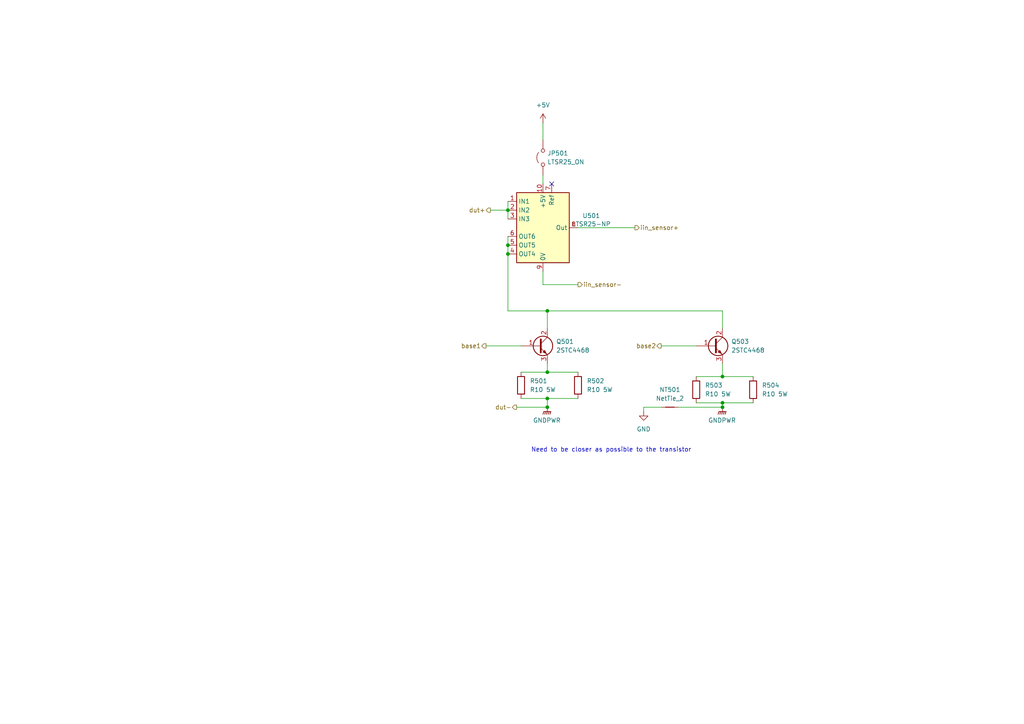
<source format=kicad_sch>
(kicad_sch (version 20231120) (generator "eeschema") (generator_version "8.0")
  (paper "A4")
  (lib_symbols
    (symbol "Device:NetTie_2" (pin_numbers hide) (pin_names (offset 0) hide) (in_bom no)
      (property "Reference" "NT" (at 0 1.27 0))
      (property "Value" "NetTie_2" (at 0 -1.27 0))
      (symbol "NetTie_2_0_1"
        (polyline (pts (xy -1.27 0) (xy 1.27 0)) (stroke (width 0.254)))
      )
      (symbol "NetTie_2_1_1"
        (pin passive line (at -2.54 0 0) (length 2.54) (name "1") (number "1"))
        (pin passive line (at 2.54 0 180) (length 2.54) (name "2") (number "2"))
      )
    )
    (symbol "Device:Q_NPN_BCE" (pin_names (offset 0) hide)
      (property "Reference" "Q" (at 5.08 1.27 0))
      (property "Value" "Q_NPN_BCE" (at 5.08 -1.27 0))
      (symbol "Q_NPN_BCE_0_1"
        (polyline (pts (xy 0.635 0.635) (xy 2.54 2.54)))
        (polyline (pts (xy 0.635 -0.635) (xy 2.54 -2.54) (xy 2.54 -2.54)))
        (polyline (pts (xy 0.635 1.905) (xy 0.635 -1.905) (xy 0.635 -1.905)) (stroke (width 0.508)))
        (polyline (pts (xy 1.27 -1.778) (xy 1.778 -1.27) (xy 2.286 -2.286) (xy 1.27 -1.778) (xy 1.27 -1.778)) (fill (type outline)))
        (circle (center 1.27 0) (radius 2.8194) (stroke (width 0.254)))
      )
      (symbol "Q_NPN_BCE_1_1"
        (pin input line (at -5.08 0 0) (length 5.715) (name "B") (number "1"))
        (pin passive line (at 2.54 5.08 270) (length 2.54) (name "C") (number "2"))
        (pin passive line (at 2.54 -5.08 90) (length 2.54) (name "E") (number "3"))
      )
    )
    (symbol "Device:R" (pin_numbers hide) (pin_names (offset 0))
      (property "Reference" "R" (at 2.032 0 90))
      (property "Value" "R" (at 0 0 90))
      (symbol "R_0_1"
        (rectangle (start -1.016 -2.54) (end 1.016 2.54) (stroke (width 0.254)))
      )
      (symbol "R_1_1"
        (pin passive line (at 0 3.81 270) (length 1.27) (name "~") (number "1"))
        (pin passive line (at 0 -3.81 90) (length 1.27) (name "~") (number "2"))
      )
    )
    (symbol "Jumper:Jumper_2_Open" (pin_numbers hide) (pin_names (offset 0) hide) (exclude_from_sim yes)
      (property "Reference" "JP" (at 0 2.794 0))
      (property "Value" "Jumper_2_Open" (at 0 -2.286 0))
      (symbol "Jumper_2_Open_0_0"
        (circle (center -2.032 0) (radius 0.508))
        (circle (center 2.032 0) (radius 0.508))
      )
      (symbol "Jumper_2_Open_0_1"
        (arc (start 1.524 1.27) (mid 0 1.778) (end -1.524 1.27))
      )
      (symbol "Jumper_2_Open_1_1"
        (pin passive line (at -5.08 0 0) (length 2.54) (name "A") (number "1"))
        (pin passive line (at 5.08 0 180) (length 2.54) (name "B") (number "2"))
      )
    )
    (symbol "Sensor_Current:LTSR25-NP"
      (property "Reference" "U" (at -7.62 11.43 0))
      (property "Value" "LTSR25-NP" (at 3.81 11.43 0))
      (symbol "LTSR25-NP_0_1"
        (rectangle (start -7.62 10.16) (end 7.62 -10.16) (stroke (width 0.254)) (fill (type background)))
      )
      (symbol "LTSR25-NP_1_1"
        (pin passive line (at -10.16 7.62 0) (length 2.54) (name "IN1") (number "1"))
        (pin power_in line (at 0 12.7 270) (length 2.54) (name "+5V") (number "10"))
        (pin passive line (at -10.16 5.08 0) (length 2.54) (name "IN2") (number "2"))
        (pin passive line (at -10.16 2.54 0) (length 2.54) (name "IN3") (number "3"))
        (pin passive line (at -10.16 -7.62 0) (length 2.54) (name "OUT4") (number "4"))
        (pin passive line (at -10.16 -5.08 0) (length 2.54) (name "OUT5") (number "5"))
        (pin passive line (at -10.16 -2.54 0) (length 2.54) (name "OUT6") (number "6"))
        (pin passive line (at 2.54 12.7 270) (length 2.54) (name "Ref") (number "7"))
        (pin output line (at 10.16 0 180) (length 2.54) (name "Out") (number "8"))
        (pin power_in line (at 0 -12.7 90) (length 2.54) (name "0V") (number "9"))
      )
    )
    (symbol "power:+5V" (power) (pin_numbers hide) (pin_names (offset 0) hide)
      (property "Value" "+5V" (at 0 3.556 0))
      (symbol "+5V_0_1"
        (polyline (pts (xy -0.762 1.27) (xy 0 2.54)))
        (polyline (pts (xy 0 0) (xy 0 2.54)))
        (polyline (pts (xy 0 2.54) (xy 0.762 1.27)))
      )
      (symbol "+5V_1_1"
        (pin power_in line (at 0 0 90) (length 0) (name "~") (number "1"))
      )
    )
    (symbol "power:GND" (power) (pin_numbers hide) (pin_names (offset 0) hide)
      (property "Value" "GND" (at 0 -3.81 0))
      (symbol "GND_0_1"
        (polyline (pts (xy 0 0) (xy 0 -1.27) (xy 1.27 -1.27) (xy 0 -2.54) (xy -1.27 -1.27) (xy 0 -1.27)))
      )
      (symbol "GND_1_1"
        (pin power_in line (at 0 0 270) (length 0) (name "~") (number "1"))
      )
    )
    (symbol "power:GNDPWR" (power) (pin_numbers hide) (pin_names (offset 0) hide)
      (property "Value" "GNDPWR" (at 0 -3.302 0))
      (symbol "GNDPWR_0_1"
        (polyline (pts (xy 0 -1.27) (xy 0 0)))
        (polyline (pts (xy -1.016 -1.27) (xy -1.27 -2.032) (xy -1.27 -2.032)) (stroke (width 0.2032)))
        (polyline (pts (xy -0.508 -1.27) (xy -0.762 -2.032) (xy -0.762 -2.032)) (stroke (width 0.2032)))
        (polyline (pts (xy 0 -1.27) (xy -0.254 -2.032) (xy -0.254 -2.032)) (stroke (width 0.2032)))
        (polyline (pts (xy 0.508 -1.27) (xy 0.254 -2.032) (xy 0.254 -2.032)) (stroke (width 0.2032)))
        (polyline (pts (xy 1.016 -1.27) (xy -1.016 -1.27) (xy -1.016 -1.27)) (stroke (width 0.2032)))
        (polyline (pts (xy 1.016 -1.27) (xy 0.762 -2.032) (xy 0.762 -2.032) (xy 0.762 -2.032)) (stroke (width 0.2032)))
      )
      (symbol "GNDPWR_1_1"
        (pin power_in line (at 0 0 270) (length 0) (name "~") (number "1"))
      )
    )
  )
  (junction (at 158.75 107.95))
  (junction (at 158.75 118.11))
  (junction (at 158.75 115.57))
  (junction (at 158.75 90.17))
  (junction (at 209.55 116.84))
  (junction (at 147.32 60.96))
  (junction (at 209.55 109.22))
  (junction (at 209.55 118.11))
  (junction (at 147.32 73.66))
  (junction (at 147.32 71.12))
  (no_connect (at 160.02 53.34))
  (wire (pts (xy 158.75 105.41) (xy 158.75 107.95)))
  (wire (pts (xy 140.97 100.33) (xy 151.13 100.33)))
  (wire (pts (xy 147.32 68.58) (xy 147.32 71.12)))
  (wire (pts (xy 147.32 71.12) (xy 147.32 73.66)))
  (wire (pts (xy 142.24 60.96) (xy 147.32 60.96)))
  (wire (pts (xy 186.69 119.38) (xy 186.69 118.11)))
  (wire (pts (xy 151.13 115.57) (xy 158.75 115.57)))
  (wire (pts (xy 158.75 90.17) (xy 158.75 95.25)))
  (wire (pts (xy 147.32 90.17) (xy 158.75 90.17)))
  (wire (pts (xy 167.64 66.04) (xy 184.15 66.04)))
  (wire (pts (xy 158.75 107.95) (xy 167.64 107.95)))
  (wire (pts (xy 147.32 60.96) (xy 147.32 63.5)))
  (wire (pts (xy 191.77 100.33) (xy 201.93 100.33)))
  (wire (pts (xy 151.13 107.95) (xy 158.75 107.95)))
  (wire (pts (xy 158.75 90.17) (xy 209.55 90.17)))
  (wire (pts (xy 158.75 118.11) (xy 158.75 115.57)))
  (wire (pts (xy 209.55 105.41) (xy 209.55 109.22)))
  (wire (pts (xy 209.55 116.84) (xy 209.55 118.11)))
  (wire (pts (xy 209.55 90.17) (xy 209.55 95.25)))
  (wire (pts (xy 209.55 109.22) (xy 218.44 109.22)))
  (wire (pts (xy 186.69 118.11) (xy 191.77 118.11)))
  (wire (pts (xy 196.85 118.11) (xy 209.55 118.11)))
  (wire (pts (xy 157.48 82.55) (xy 157.48 78.74)))
  (wire (pts (xy 158.75 115.57) (xy 167.64 115.57)))
  (wire (pts (xy 201.93 109.22) (xy 209.55 109.22)))
  (wire (pts (xy 147.32 73.66) (xy 147.32 90.17)))
  (wire (pts (xy 149.86 118.11) (xy 158.75 118.11)))
  (wire (pts (xy 201.93 116.84) (xy 209.55 116.84)))
  (wire (pts (xy 167.64 82.55) (xy 157.48 82.55)))
  (wire (pts (xy 209.55 116.84) (xy 218.44 116.84)))
  (wire (pts (xy 157.48 50.8) (xy 157.48 53.34)))
  (wire (pts (xy 147.32 58.42) (xy 147.32 60.96)))
  (wire (pts (xy 157.48 35.56) (xy 157.48 40.64)))
  (text "Need to be closer as possible to the transistor" (at 177.292 130.556 0) (effects (font (size 1.27 1.27))))
  (hierarchical_label "dut-" (shape output) (at 149.86 118.11 180))
  (hierarchical_label "base2" (shape output) (at 191.77 100.33 180))
  (hierarchical_label "base1" (shape output) (at 140.97 100.33 180))
  (hierarchical_label "iin_sensor+" (shape output) (at 184.15 66.04 0))
  (hierarchical_label "dut+" (shape output) (at 142.24 60.96 180))
  (hierarchical_label "iin_sensor-" (shape output) (at 167.64 82.55 0))
  (symbol (lib_id "Device:Q_NPN_BCE") (at 156.21 100.33 0) (unit 1)
    (property "Reference" "Q501" (at 161.29 99.0599 0) (effects (justify left)))
    (property "Value" "2STC4468" (at 161.29 101.5999 0) (effects (justify left)))
    (property "Footprint" "TerminalBlock:TerminalBlock_bornier-3_P5.08mm" (effects (hide yes)))
    (property "Description" "NPN transistor, base/collector/emitter" (effects (hide yes)))
  )
  (symbol (lib_id "Device:R") (at 218.44 113.03 180) (unit 1)
    (property "Reference" "R504" (at 220.98 111.7599 0) (effects (justify right)))
    (property "Value" "R10 5W" (at 220.98 114.2999 0) (effects (justify right)))
    (property "Footprint" "Resistor_THT:R_Box_L14.0mm_W5.0mm_P9.00mm" (effects (hide yes)))
    (property "Description" "Resistor" (effects (hide yes)))
  )
  (symbol (lib_id "power:GND") (at 186.69 119.38 0) (unit 1)
    (property "Reference" "#PWR0503" (effects (hide yes)))
    (property "Value" "GND" (at 186.69 124.46 0))
    (property "Description" "Power symbol creates a global label with name \"GND\" , ground" (effects (hide yes)))
  )
  (symbol (lib_id "Device:R") (at 151.13 111.76 180) (unit 1)
    (property "Reference" "R501" (at 153.67 110.4899 0) (effects (justify right)))
    (property "Value" "R10 5W" (at 153.67 113.0299 0) (effects (justify right)))
    (property "Footprint" "Resistor_THT:R_Box_L14.0mm_W5.0mm_P9.00mm" (effects (hide yes)))
    (property "Description" "Resistor" (effects (hide yes)))
  )
  (symbol (lib_id "Jumper:Jumper_2_Open") (at 157.48 45.72 90) (unit 1) (exclude_from_sim yes)
    (property "Reference" "JP501" (at 158.75 44.4499 90) (effects (justify right)))
    (property "Value" "LTSR25_ON" (at 158.75 46.9899 90) (effects (justify right)))
    (property "Footprint" "Jumper:SolderJumper-2_P1.3mm_Open_TrianglePad1.0x1.5mm" (effects (hide yes)))
    (property "Description" "Jumper, 2-pole, open" (effects (hide yes)))
  )
  (symbol (lib_id "Sensor_Current:LTSR25-NP") (at 157.48 66.04 0) (unit 1)
    (property "Reference" "U501" (at 171.5067 62.5658 0))
    (property "Value" "LTSR25-NP" (at 171.5067 64.99 0))
    (property "Footprint" "Sensor_Current:LEM_LTSR-NP" (effects (hide yes)))
    (property "Datasheet" "https://www.lem.com/sites/default/files/products_datasheets/ltsr_25-np.pdf" (effects (hide yes)))
  )
  (symbol (lib_id "Device:R") (at 167.64 111.76 180) (unit 1)
    (property "Reference" "R502" (at 170.18 110.4899 0) (effects (justify right)))
    (property "Value" "R10 5W" (at 170.18 113.0299 0) (effects (justify right)))
    (property "Footprint" "Resistor_THT:R_Box_L14.0mm_W5.0mm_P9.00mm" (effects (hide yes)))
    (property "Description" "Resistor" (effects (hide yes)))
  )
  (symbol (lib_id "Device:R") (at 201.93 113.03 180) (unit 1)
    (property "Reference" "R503" (at 204.47 111.7599 0) (effects (justify right)))
    (property "Value" "R10 5W" (at 204.47 114.2999 0) (effects (justify right)))
    (property "Footprint" "Resistor_THT:R_Box_L14.0mm_W5.0mm_P9.00mm" (effects (hide yes)))
    (property "Description" "Resistor" (effects (hide yes)))
  )
  (symbol (lib_id "Device:Q_NPN_BCE") (at 207.01 100.33 0) (unit 1)
    (property "Reference" "Q503" (at 212.09 99.0599 0) (effects (justify left)))
    (property "Value" "2STC4468" (at 212.09 101.5999 0) (effects (justify left)))
    (property "Footprint" "TerminalBlock:TerminalBlock_bornier-3_P5.08mm" (effects (hide yes)))
    (property "Description" "NPN transistor, base/collector/emitter" (effects (hide yes)))
  )
  (symbol (lib_id "Device:NetTie_2") (at 194.31 118.11 180) (unit 1) (in_bom no)
    (property "Reference" "NT501" (at 194.31 113.03 0))
    (property "Value" "NetTie_2" (at 194.31 115.57 0))
    (property "Footprint" "NetTie:NetTie-2_SMD_Pad0.5mm" (effects (hide yes)))
    (property "Description" "Net tie, 2 pins" (effects (hide yes)))
  )
  (symbol (lib_id "power:GNDPWR") (at 158.75 118.11 0) (unit 1)
    (property "Reference" "#PWR0502" (effects (hide yes)))
    (property "Value" "GNDPWR" (at 158.623 121.92 0))
    (property "Description" "Power symbol creates a global label with name \"GNDPWR\" , global ground" (effects (hide yes)))
  )
  (symbol (lib_id "power:+5V") (at 157.48 35.56 0) (unit 1)
    (property "Reference" "#PWR0501" (effects (hide yes)))
    (property "Value" "+5V" (at 157.48 30.48 0))
    (property "Description" "Power symbol creates a global label with name \"+5V\"" (effects (hide yes)))
  )
  (symbol (lib_id "power:GNDPWR") (at 209.55 118.11 0) (unit 1)
    (property "Reference" "#PWR0504" (effects (hide yes)))
    (property "Value" "GNDPWR" (at 209.423 121.92 0))
    (property "Description" "Power symbol creates a global label with name \"GNDPWR\" , global ground" (effects (hide yes)))
  )
)
</source>
